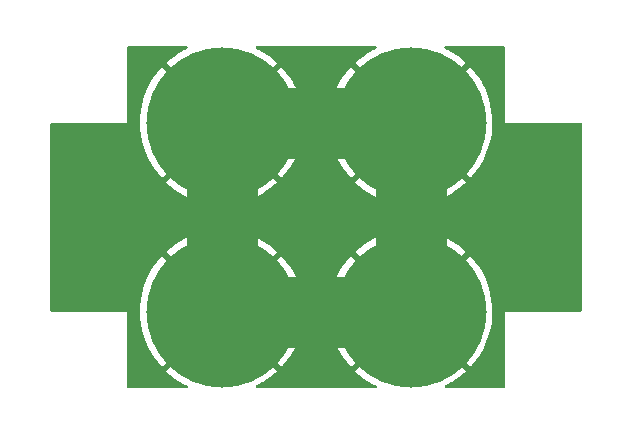
<source format=gbr>
%TF.GenerationSoftware,KiCad,Pcbnew,6.0.1-79c1e3a40b~116~ubuntu20.04.1*%
%TF.CreationDate,2022-10-26T10:43:14+09:00*%
%TF.ProjectId,HV-terminal-branch-board-2-2-half,48562d74-6572-46d6-996e-616c2d627261,1.0*%
%TF.SameCoordinates,Original*%
%TF.FileFunction,Copper,L1,Top*%
%TF.FilePolarity,Positive*%
%FSLAX46Y46*%
G04 Gerber Fmt 4.6, Leading zero omitted, Abs format (unit mm)*
G04 Created by KiCad (PCBNEW 6.0.1-79c1e3a40b~116~ubuntu20.04.1) date 2022-10-26 10:43:14*
%MOMM*%
%LPD*%
G01*
G04 APERTURE LIST*
%TA.AperFunction,ConnectorPad*%
%ADD10C,12.800000*%
%TD*%
%TA.AperFunction,ComponentPad*%
%ADD11C,6.800000*%
%TD*%
%TA.AperFunction,ViaPad*%
%ADD12C,0.800000*%
%TD*%
%TA.AperFunction,Conductor*%
%ADD13C,6.000000*%
%TD*%
G04 APERTURE END LIST*
D10*
%TO.P,J5,1,Pin_1*%
%TO.N,VBAT(+{slash}-)*%
X95000000Y-67000000D03*
D11*
X95000000Y-67000000D03*
%TD*%
%TO.P,J1,1,Pin_1*%
%TO.N,VBAT(+{slash}-)*%
X111000000Y-67000000D03*
D10*
X111000000Y-67000000D03*
%TD*%
D11*
%TO.P,J2,1,Pin_1*%
%TO.N,VBAT(+{slash}-)*%
X95000000Y-83000000D03*
D10*
X95000000Y-83000000D03*
%TD*%
D11*
%TO.P,J6,1,Pin_1*%
%TO.N,VBAT(+{slash}-)*%
X111000000Y-83000000D03*
D10*
X111000000Y-83000000D03*
%TD*%
D12*
%TO.N,VBAT(+{slash}-)*%
X125000000Y-82500000D03*
X119996415Y-82542633D03*
X122503790Y-82492007D03*
X125000000Y-80000000D03*
X119996415Y-80042633D03*
X122503790Y-79992007D03*
X119976042Y-69975424D03*
X119984035Y-67479214D03*
X122500000Y-70000000D03*
X122507993Y-67503790D03*
X125000000Y-70000000D03*
X125007993Y-67503790D03*
X124989512Y-77495630D03*
X124946879Y-72492045D03*
X124997505Y-74999420D03*
X122500000Y-77500000D03*
X122457367Y-72496415D03*
X122507993Y-75003790D03*
X120000000Y-77500000D03*
X119957367Y-72496415D03*
X120007993Y-75003790D03*
X87500000Y-65000000D03*
X107507993Y-75003790D03*
X87500000Y-87500000D03*
X85000000Y-82500000D03*
X114996248Y-74964918D03*
X102480423Y-82468903D03*
X102500000Y-80000000D03*
X102492007Y-77496210D03*
X87500000Y-82500000D03*
X85000000Y-70000000D03*
X87500000Y-67500000D03*
X102492007Y-87496210D03*
X102500000Y-65000000D03*
X82500000Y-67500000D03*
X85000000Y-72500000D03*
X117500000Y-87500000D03*
X102500000Y-70000000D03*
X87500000Y-62500000D03*
X82500000Y-77500000D03*
X102488416Y-84972693D03*
X105000000Y-75000000D03*
X87500000Y-85000000D03*
X85000000Y-75000000D03*
X100000000Y-72500000D03*
X99974867Y-77457791D03*
X104949374Y-72492625D03*
X82500000Y-70000000D03*
X117500000Y-77500000D03*
X87500000Y-80000000D03*
X104992007Y-77496210D03*
X82500000Y-80000000D03*
X87500000Y-77500000D03*
X94992007Y-74996210D03*
X102507993Y-75003790D03*
X92500000Y-75000000D03*
X82500000Y-82500000D03*
X117500000Y-62500000D03*
X90000000Y-75000000D03*
X117504241Y-74968708D03*
X87500000Y-72500000D03*
X82500000Y-72500000D03*
X110000000Y-75000000D03*
X105000000Y-87500000D03*
X112507993Y-75003790D03*
X102500000Y-72500000D03*
X87500000Y-75000000D03*
X100000000Y-75000000D03*
X102500000Y-62500000D03*
X117453958Y-72492625D03*
X90000000Y-72500000D03*
X102500000Y-67500000D03*
X90000000Y-77500000D03*
X85000000Y-77500000D03*
X85000000Y-80000000D03*
X85000000Y-67500000D03*
X87500000Y-70000000D03*
X82500000Y-75000000D03*
X97500000Y-75000000D03*
%TD*%
D13*
%TO.N,VBAT(+{slash}-)*%
X111000000Y-83000000D02*
X111000000Y-67000000D01*
X95000000Y-83000000D02*
X95000000Y-67000000D01*
X95000000Y-83000000D02*
X111000000Y-83000000D01*
X111000000Y-67000000D02*
X95000000Y-67000000D01*
%TD*%
%TA.AperFunction,Conductor*%
%TO.N,VBAT(+{slash}-)*%
G36*
X92075554Y-60528002D02*
G01*
X92122047Y-60581658D01*
X92132151Y-60651932D01*
X92102657Y-60716512D01*
X92061677Y-60747726D01*
X91799382Y-60872834D01*
X91795323Y-60874956D01*
X91359234Y-61123697D01*
X91355338Y-61126112D01*
X90938643Y-61406120D01*
X90934932Y-61408816D01*
X90539858Y-61718594D01*
X90536362Y-61721548D01*
X90311217Y-61926414D01*
X90302956Y-61939981D01*
X90302962Y-61940234D01*
X90308462Y-61949252D01*
X92387945Y-64028735D01*
X92387949Y-64028738D01*
X94987190Y-66627980D01*
X95001131Y-66635592D01*
X95002966Y-66635461D01*
X95009580Y-66631210D01*
X96078049Y-65562741D01*
X97612048Y-64028741D01*
X97612058Y-64028732D01*
X99690170Y-61950620D01*
X99697757Y-61936726D01*
X99691496Y-61927574D01*
X99408131Y-61675107D01*
X99404564Y-61672157D01*
X99006317Y-61366570D01*
X99002542Y-61363888D01*
X98582963Y-61088275D01*
X98579012Y-61085883D01*
X98140390Y-60841750D01*
X98136267Y-60839648D01*
X97939449Y-60748288D01*
X97886083Y-60701463D01*
X97866502Y-60633220D01*
X97886926Y-60565225D01*
X97940868Y-60519065D01*
X97992500Y-60508000D01*
X108007433Y-60508000D01*
X108075554Y-60528002D01*
X108122047Y-60581658D01*
X108132151Y-60651932D01*
X108102657Y-60716512D01*
X108061677Y-60747726D01*
X107799382Y-60872834D01*
X107795323Y-60874956D01*
X107359234Y-61123697D01*
X107355338Y-61126112D01*
X106938643Y-61406120D01*
X106934932Y-61408816D01*
X106539858Y-61718594D01*
X106536362Y-61721548D01*
X106311217Y-61926414D01*
X106302956Y-61939981D01*
X106302962Y-61940234D01*
X106308462Y-61949252D01*
X108387945Y-64028735D01*
X108387949Y-64028738D01*
X109921951Y-65562741D01*
X110987190Y-66627980D01*
X111001131Y-66635592D01*
X111002966Y-66635461D01*
X111009580Y-66631210D01*
X113612048Y-64028741D01*
X113612058Y-64028732D01*
X115690170Y-61950620D01*
X115697757Y-61936726D01*
X115691496Y-61927574D01*
X115408131Y-61675107D01*
X115404564Y-61672157D01*
X115006317Y-61366570D01*
X115002542Y-61363888D01*
X114582963Y-61088275D01*
X114579012Y-61085883D01*
X114140390Y-60841750D01*
X114136267Y-60839648D01*
X113939449Y-60748288D01*
X113886083Y-60701463D01*
X113866502Y-60633220D01*
X113886926Y-60565225D01*
X113940868Y-60519065D01*
X113992500Y-60508000D01*
X118874000Y-60508000D01*
X118942121Y-60528002D01*
X118988614Y-60581658D01*
X119000000Y-60634000D01*
X119000000Y-67000000D01*
X125366000Y-67000000D01*
X125434121Y-67020002D01*
X125480614Y-67073658D01*
X125492000Y-67126000D01*
X125492000Y-82874000D01*
X125471998Y-82942121D01*
X125418342Y-82988614D01*
X125366000Y-83000000D01*
X119000000Y-83000000D01*
X119000000Y-89366000D01*
X118979998Y-89434121D01*
X118926342Y-89480614D01*
X118874000Y-89492000D01*
X113994384Y-89492000D01*
X113926263Y-89471998D01*
X113879770Y-89418342D01*
X113869666Y-89348068D01*
X113899160Y-89283488D01*
X113938952Y-89252849D01*
X114264594Y-89093318D01*
X114268650Y-89091144D01*
X114702087Y-88837865D01*
X114705985Y-88835391D01*
X115119701Y-88551052D01*
X115123405Y-88548301D01*
X115515183Y-88234427D01*
X115518685Y-88231404D01*
X115688649Y-88073464D01*
X115696768Y-88059810D01*
X115696747Y-88059204D01*
X115691514Y-88050724D01*
X113612055Y-85971265D01*
X113612051Y-85971262D01*
X111012810Y-83372020D01*
X110998869Y-83364408D01*
X110997034Y-83364539D01*
X110990420Y-83368790D01*
X108387952Y-85971259D01*
X108387942Y-85971268D01*
X106308494Y-88050716D01*
X106301004Y-88064433D01*
X106307526Y-88073861D01*
X106647880Y-88370769D01*
X106651452Y-88373662D01*
X107052897Y-88675075D01*
X107056708Y-88677724D01*
X107479132Y-88948916D01*
X107483111Y-88951269D01*
X107924288Y-89190809D01*
X107928406Y-89192853D01*
X108057548Y-89251163D01*
X108111402Y-89297426D01*
X108131696Y-89365460D01*
X108111986Y-89433666D01*
X108058530Y-89480388D01*
X108005697Y-89492000D01*
X97994384Y-89492000D01*
X97926263Y-89471998D01*
X97879770Y-89418342D01*
X97869666Y-89348068D01*
X97899160Y-89283488D01*
X97938952Y-89252849D01*
X98264594Y-89093318D01*
X98268650Y-89091144D01*
X98702087Y-88837865D01*
X98705985Y-88835391D01*
X99119701Y-88551052D01*
X99123405Y-88548301D01*
X99515183Y-88234427D01*
X99518685Y-88231404D01*
X99688649Y-88073464D01*
X99696768Y-88059810D01*
X99696747Y-88059204D01*
X99691514Y-88050724D01*
X97612055Y-85971265D01*
X97612051Y-85971262D01*
X95012810Y-83372020D01*
X94998869Y-83364408D01*
X94997034Y-83364539D01*
X94990420Y-83368790D01*
X92387952Y-85971259D01*
X92387942Y-85971268D01*
X90308494Y-88050716D01*
X90301004Y-88064433D01*
X90307526Y-88073861D01*
X90647880Y-88370769D01*
X90651452Y-88373662D01*
X91052897Y-88675075D01*
X91056708Y-88677724D01*
X91479132Y-88948916D01*
X91483111Y-88951269D01*
X91924288Y-89190809D01*
X91928406Y-89192853D01*
X92057548Y-89251163D01*
X92111402Y-89297426D01*
X92131696Y-89365460D01*
X92111986Y-89433666D01*
X92058530Y-89480388D01*
X92005697Y-89492000D01*
X87126000Y-89492000D01*
X87057879Y-89471998D01*
X87011386Y-89418342D01*
X87000000Y-89366000D01*
X87000000Y-83070085D01*
X88087605Y-83070085D01*
X88087654Y-83074697D01*
X88111301Y-83576133D01*
X88111689Y-83580759D01*
X88171996Y-84079107D01*
X88172718Y-84083668D01*
X88269365Y-84576277D01*
X88270424Y-84580794D01*
X88402886Y-85064994D01*
X88404263Y-85069387D01*
X88571842Y-85542619D01*
X88573535Y-85546893D01*
X88775313Y-86006556D01*
X88777328Y-86010723D01*
X89012225Y-86454369D01*
X89014548Y-86458390D01*
X89281301Y-86883631D01*
X89283892Y-86887444D01*
X89581095Y-87292037D01*
X89583957Y-87295647D01*
X89909983Y-87677375D01*
X89913107Y-87680772D01*
X89923697Y-87691473D01*
X89937598Y-87699158D01*
X89939257Y-87699048D01*
X89946139Y-87694651D01*
X92028737Y-85612053D01*
X92028738Y-85612051D01*
X94627980Y-83012810D01*
X94634357Y-83001131D01*
X95364408Y-83001131D01*
X95364539Y-83002966D01*
X95368790Y-83009580D01*
X97971259Y-85612048D01*
X97971263Y-85612053D01*
X100048319Y-87689109D01*
X100062263Y-87696723D01*
X100062866Y-87696680D01*
X100071149Y-87691140D01*
X100231404Y-87518685D01*
X100234427Y-87515183D01*
X100548301Y-87123405D01*
X100551052Y-87119701D01*
X100835391Y-86705985D01*
X100837865Y-86702087D01*
X101091144Y-86268650D01*
X101093318Y-86264594D01*
X101314171Y-85813779D01*
X101316048Y-85809564D01*
X101503290Y-85343786D01*
X101504857Y-85339432D01*
X101657479Y-84861205D01*
X101658721Y-84856755D01*
X101775913Y-84368616D01*
X101776825Y-84364092D01*
X101857951Y-83868686D01*
X101858530Y-83864105D01*
X101903183Y-83363771D01*
X101903412Y-83359807D01*
X101910998Y-83070085D01*
X104087605Y-83070085D01*
X104087654Y-83074697D01*
X104111301Y-83576133D01*
X104111689Y-83580759D01*
X104171996Y-84079107D01*
X104172718Y-84083668D01*
X104269365Y-84576277D01*
X104270424Y-84580794D01*
X104402886Y-85064994D01*
X104404263Y-85069387D01*
X104571842Y-85542619D01*
X104573535Y-85546893D01*
X104775313Y-86006556D01*
X104777328Y-86010723D01*
X105012225Y-86454369D01*
X105014548Y-86458390D01*
X105281301Y-86883631D01*
X105283892Y-86887444D01*
X105581095Y-87292037D01*
X105583957Y-87295647D01*
X105909983Y-87677375D01*
X105913107Y-87680772D01*
X105923697Y-87691473D01*
X105937598Y-87699158D01*
X105939257Y-87699048D01*
X105946139Y-87694651D01*
X108028737Y-85612053D01*
X108028738Y-85612051D01*
X110627980Y-83012810D01*
X110634357Y-83001131D01*
X111364408Y-83001131D01*
X111364539Y-83002966D01*
X111368790Y-83009580D01*
X113971259Y-85612048D01*
X113971263Y-85612053D01*
X116048319Y-87689109D01*
X116062263Y-87696723D01*
X116062866Y-87696680D01*
X116071149Y-87691140D01*
X116231404Y-87518685D01*
X116234427Y-87515183D01*
X116548301Y-87123405D01*
X116551052Y-87119701D01*
X116835391Y-86705985D01*
X116837865Y-86702087D01*
X117091144Y-86268650D01*
X117093318Y-86264594D01*
X117314171Y-85813779D01*
X117316048Y-85809564D01*
X117503290Y-85343786D01*
X117504857Y-85339432D01*
X117657479Y-84861205D01*
X117658721Y-84856755D01*
X117775913Y-84368616D01*
X117776825Y-84364092D01*
X117857951Y-83868686D01*
X117858530Y-83864105D01*
X117903183Y-83363771D01*
X117903412Y-83359807D01*
X117912782Y-83001970D01*
X117912761Y-82998022D01*
X117894354Y-82496033D01*
X117894015Y-82491418D01*
X117838929Y-81992451D01*
X117838253Y-81987875D01*
X117746771Y-81494277D01*
X117745769Y-81489792D01*
X117618375Y-81004196D01*
X117617046Y-80999794D01*
X117454435Y-80524846D01*
X117452778Y-80520531D01*
X117255825Y-80058782D01*
X117253863Y-80054612D01*
X117023618Y-79608521D01*
X117021347Y-79604492D01*
X116759040Y-79176444D01*
X116756512Y-79172639D01*
X116463546Y-78764935D01*
X116460742Y-78761319D01*
X116138712Y-78376176D01*
X116135633Y-78372756D01*
X116074824Y-78310006D01*
X116061002Y-78302174D01*
X116059692Y-78302248D01*
X116052282Y-78306928D01*
X113971263Y-80387947D01*
X113971262Y-80387949D01*
X111372020Y-82987190D01*
X111364408Y-83001131D01*
X110634357Y-83001131D01*
X110635592Y-82998869D01*
X110635461Y-82997034D01*
X110631210Y-82990420D01*
X108028741Y-80387952D01*
X108028737Y-80387947D01*
X105951407Y-78310617D01*
X105937463Y-78303003D01*
X105936506Y-78303071D01*
X105928697Y-78308235D01*
X105816204Y-78426778D01*
X105813138Y-78430256D01*
X105495183Y-78818721D01*
X105492396Y-78822393D01*
X105203739Y-79233110D01*
X105201219Y-79236991D01*
X104943420Y-79667740D01*
X104941204Y-79671771D01*
X104715644Y-80120248D01*
X104713714Y-80124463D01*
X104521602Y-80588261D01*
X104520006Y-80592553D01*
X104362368Y-81069206D01*
X104361090Y-81073608D01*
X104238789Y-81560507D01*
X104237832Y-81565008D01*
X104151523Y-82059541D01*
X104150895Y-82064127D01*
X104101036Y-82563649D01*
X104100747Y-82568240D01*
X104087605Y-83070085D01*
X101910998Y-83070085D01*
X101912782Y-83001970D01*
X101912761Y-82998022D01*
X101894354Y-82496033D01*
X101894015Y-82491418D01*
X101838929Y-81992451D01*
X101838253Y-81987875D01*
X101746771Y-81494277D01*
X101745769Y-81489792D01*
X101618375Y-81004196D01*
X101617046Y-80999794D01*
X101454435Y-80524846D01*
X101452778Y-80520531D01*
X101255825Y-80058782D01*
X101253863Y-80054612D01*
X101023618Y-79608521D01*
X101021347Y-79604492D01*
X100759040Y-79176444D01*
X100756512Y-79172639D01*
X100463546Y-78764935D01*
X100460742Y-78761319D01*
X100138712Y-78376176D01*
X100135633Y-78372756D01*
X100074824Y-78310006D01*
X100061002Y-78302174D01*
X100059692Y-78302248D01*
X100052282Y-78306928D01*
X97971263Y-80387947D01*
X97971262Y-80387949D01*
X95372020Y-82987190D01*
X95364408Y-83001131D01*
X94634357Y-83001131D01*
X94635592Y-82998869D01*
X94635461Y-82997034D01*
X94631210Y-82990420D01*
X92028741Y-80387952D01*
X92028737Y-80387947D01*
X89951407Y-78310617D01*
X89937463Y-78303003D01*
X89936506Y-78303071D01*
X89928697Y-78308235D01*
X89816204Y-78426778D01*
X89813138Y-78430256D01*
X89495183Y-78818721D01*
X89492396Y-78822393D01*
X89203739Y-79233110D01*
X89201219Y-79236991D01*
X88943420Y-79667740D01*
X88941204Y-79671771D01*
X88715644Y-80120248D01*
X88713714Y-80124463D01*
X88521602Y-80588261D01*
X88520006Y-80592553D01*
X88362368Y-81069206D01*
X88361090Y-81073608D01*
X88238789Y-81560507D01*
X88237832Y-81565008D01*
X88151523Y-82059541D01*
X88150895Y-82064127D01*
X88101036Y-82563649D01*
X88100747Y-82568240D01*
X88087605Y-83070085D01*
X87000000Y-83070085D01*
X87000000Y-83000000D01*
X80634000Y-83000000D01*
X80565879Y-82979998D01*
X80519386Y-82926342D01*
X80508000Y-82874000D01*
X80508000Y-77939981D01*
X90302956Y-77939981D01*
X90302962Y-77940234D01*
X90308462Y-77949252D01*
X92387945Y-80028735D01*
X92387949Y-80028738D01*
X93921951Y-81562741D01*
X94987190Y-82627980D01*
X95001131Y-82635592D01*
X95002966Y-82635461D01*
X95009580Y-82631210D01*
X97612048Y-80028741D01*
X97612058Y-80028732D01*
X99690170Y-77950620D01*
X99695980Y-77939981D01*
X106302956Y-77939981D01*
X106302962Y-77940234D01*
X106308462Y-77949252D01*
X108387945Y-80028735D01*
X108387949Y-80028738D01*
X109921951Y-81562741D01*
X110987190Y-82627980D01*
X111001131Y-82635592D01*
X111002966Y-82635461D01*
X111009580Y-82631210D01*
X113612048Y-80028741D01*
X113612058Y-80028732D01*
X115690170Y-77950620D01*
X115697757Y-77936726D01*
X115691496Y-77927574D01*
X115408131Y-77675107D01*
X115404564Y-77672157D01*
X115006317Y-77366570D01*
X115002542Y-77363888D01*
X114582963Y-77088275D01*
X114579012Y-77085883D01*
X114140390Y-76841750D01*
X114136267Y-76839648D01*
X113680908Y-76628277D01*
X113676683Y-76626501D01*
X113207062Y-76449046D01*
X113202706Y-76447580D01*
X112721378Y-76305004D01*
X112716891Y-76303852D01*
X112226404Y-76196909D01*
X112221878Y-76196095D01*
X111724871Y-76125360D01*
X111720284Y-76124878D01*
X111219451Y-76090735D01*
X111214816Y-76090589D01*
X110712836Y-76093218D01*
X110708222Y-76093411D01*
X110207756Y-76132798D01*
X110203173Y-76133329D01*
X109706945Y-76209262D01*
X109702419Y-76210125D01*
X109213069Y-76322201D01*
X109208627Y-76323392D01*
X108728802Y-76471005D01*
X108724452Y-76472520D01*
X108256725Y-76654880D01*
X108252508Y-76656705D01*
X107799382Y-76872834D01*
X107795323Y-76874956D01*
X107359234Y-77123697D01*
X107355338Y-77126112D01*
X106938643Y-77406120D01*
X106934932Y-77408816D01*
X106539858Y-77718594D01*
X106536362Y-77721548D01*
X106311217Y-77926414D01*
X106302956Y-77939981D01*
X99695980Y-77939981D01*
X99697757Y-77936726D01*
X99691496Y-77927574D01*
X99408131Y-77675107D01*
X99404564Y-77672157D01*
X99006317Y-77366570D01*
X99002542Y-77363888D01*
X98582963Y-77088275D01*
X98579012Y-77085883D01*
X98140390Y-76841750D01*
X98136267Y-76839648D01*
X97680908Y-76628277D01*
X97676683Y-76626501D01*
X97207062Y-76449046D01*
X97202706Y-76447580D01*
X96721378Y-76305004D01*
X96716891Y-76303852D01*
X96226404Y-76196909D01*
X96221878Y-76196095D01*
X95724871Y-76125360D01*
X95720284Y-76124878D01*
X95219451Y-76090735D01*
X95214816Y-76090589D01*
X94712836Y-76093218D01*
X94708222Y-76093411D01*
X94207756Y-76132798D01*
X94203173Y-76133329D01*
X93706945Y-76209262D01*
X93702419Y-76210125D01*
X93213069Y-76322201D01*
X93208627Y-76323392D01*
X92728802Y-76471005D01*
X92724452Y-76472520D01*
X92256725Y-76654880D01*
X92252508Y-76656705D01*
X91799382Y-76872834D01*
X91795323Y-76874956D01*
X91359234Y-77123697D01*
X91355338Y-77126112D01*
X90938643Y-77406120D01*
X90934932Y-77408816D01*
X90539858Y-77718594D01*
X90536362Y-77721548D01*
X90311217Y-77926414D01*
X90302956Y-77939981D01*
X80508000Y-77939981D01*
X80508000Y-72064433D01*
X90301004Y-72064433D01*
X90307526Y-72073861D01*
X90647880Y-72370769D01*
X90651452Y-72373662D01*
X91052897Y-72675075D01*
X91056708Y-72677724D01*
X91479132Y-72948916D01*
X91483111Y-72951269D01*
X91924288Y-73190809D01*
X91928406Y-73192853D01*
X92385937Y-73399437D01*
X92390227Y-73401187D01*
X92861643Y-73573700D01*
X92866049Y-73575132D01*
X93348835Y-73712657D01*
X93353318Y-73713758D01*
X93844903Y-73815561D01*
X93849435Y-73816327D01*
X94347147Y-73881852D01*
X94351759Y-73882288D01*
X94852932Y-73911186D01*
X94857535Y-73911282D01*
X95359458Y-73903397D01*
X95364109Y-73903153D01*
X95864105Y-73858530D01*
X95868686Y-73857951D01*
X96364092Y-73776825D01*
X96368616Y-73775913D01*
X96856755Y-73658721D01*
X96861205Y-73657479D01*
X97339432Y-73504857D01*
X97343786Y-73503290D01*
X97809564Y-73316048D01*
X97813779Y-73314171D01*
X98264594Y-73093318D01*
X98268650Y-73091144D01*
X98702087Y-72837865D01*
X98705985Y-72835391D01*
X99119701Y-72551052D01*
X99123405Y-72548301D01*
X99515183Y-72234427D01*
X99518685Y-72231404D01*
X99688649Y-72073464D01*
X99694019Y-72064433D01*
X106301004Y-72064433D01*
X106307526Y-72073861D01*
X106647880Y-72370769D01*
X106651452Y-72373662D01*
X107052897Y-72675075D01*
X107056708Y-72677724D01*
X107479132Y-72948916D01*
X107483111Y-72951269D01*
X107924288Y-73190809D01*
X107928406Y-73192853D01*
X108385937Y-73399437D01*
X108390227Y-73401187D01*
X108861643Y-73573700D01*
X108866049Y-73575132D01*
X109348835Y-73712657D01*
X109353318Y-73713758D01*
X109844903Y-73815561D01*
X109849435Y-73816327D01*
X110347147Y-73881852D01*
X110351759Y-73882288D01*
X110852932Y-73911186D01*
X110857535Y-73911282D01*
X111359458Y-73903397D01*
X111364109Y-73903153D01*
X111864105Y-73858530D01*
X111868686Y-73857951D01*
X112364092Y-73776825D01*
X112368616Y-73775913D01*
X112856755Y-73658721D01*
X112861205Y-73657479D01*
X113339432Y-73504857D01*
X113343786Y-73503290D01*
X113809564Y-73316048D01*
X113813779Y-73314171D01*
X114264594Y-73093318D01*
X114268650Y-73091144D01*
X114702087Y-72837865D01*
X114705985Y-72835391D01*
X115119701Y-72551052D01*
X115123405Y-72548301D01*
X115515183Y-72234427D01*
X115518685Y-72231404D01*
X115688649Y-72073464D01*
X115696768Y-72059810D01*
X115696747Y-72059204D01*
X115691514Y-72050724D01*
X113612055Y-69971265D01*
X113612051Y-69971262D01*
X111012810Y-67372020D01*
X110998869Y-67364408D01*
X110997034Y-67364539D01*
X110990420Y-67368790D01*
X108387952Y-69971259D01*
X108387942Y-69971268D01*
X106308494Y-72050716D01*
X106301004Y-72064433D01*
X99694019Y-72064433D01*
X99696768Y-72059810D01*
X99696747Y-72059204D01*
X99691514Y-72050724D01*
X97612055Y-69971265D01*
X97612051Y-69971262D01*
X95012810Y-67372020D01*
X94998869Y-67364408D01*
X94997034Y-67364539D01*
X94990420Y-67368790D01*
X92387952Y-69971259D01*
X92387942Y-69971268D01*
X90308494Y-72050716D01*
X90301004Y-72064433D01*
X80508000Y-72064433D01*
X80508000Y-67126000D01*
X80524418Y-67070085D01*
X88087605Y-67070085D01*
X88087654Y-67074697D01*
X88111301Y-67576133D01*
X88111689Y-67580759D01*
X88171996Y-68079107D01*
X88172718Y-68083668D01*
X88269365Y-68576277D01*
X88270424Y-68580794D01*
X88402886Y-69064994D01*
X88404263Y-69069387D01*
X88571842Y-69542619D01*
X88573535Y-69546893D01*
X88775313Y-70006556D01*
X88777328Y-70010723D01*
X89012225Y-70454369D01*
X89014548Y-70458390D01*
X89281301Y-70883631D01*
X89283892Y-70887444D01*
X89581095Y-71292037D01*
X89583957Y-71295647D01*
X89909983Y-71677375D01*
X89913107Y-71680772D01*
X89923697Y-71691473D01*
X89937598Y-71699158D01*
X89939257Y-71699048D01*
X89946139Y-71694651D01*
X92028737Y-69612053D01*
X92028738Y-69612051D01*
X94627980Y-67012810D01*
X94634357Y-67001131D01*
X95364408Y-67001131D01*
X95364539Y-67002966D01*
X95368790Y-67009580D01*
X97971259Y-69612048D01*
X97971263Y-69612053D01*
X100048319Y-71689109D01*
X100062263Y-71696723D01*
X100062866Y-71696680D01*
X100071149Y-71691140D01*
X100231404Y-71518685D01*
X100234427Y-71515183D01*
X100548301Y-71123405D01*
X100551052Y-71119701D01*
X100835391Y-70705985D01*
X100837865Y-70702087D01*
X101091144Y-70268650D01*
X101093318Y-70264594D01*
X101314171Y-69813779D01*
X101316048Y-69809564D01*
X101503290Y-69343786D01*
X101504857Y-69339432D01*
X101657479Y-68861205D01*
X101658721Y-68856755D01*
X101775913Y-68368616D01*
X101776825Y-68364092D01*
X101857951Y-67868686D01*
X101858530Y-67864105D01*
X101903183Y-67363771D01*
X101903412Y-67359807D01*
X101910998Y-67070085D01*
X104087605Y-67070085D01*
X104087654Y-67074697D01*
X104111301Y-67576133D01*
X104111689Y-67580759D01*
X104171996Y-68079107D01*
X104172718Y-68083668D01*
X104269365Y-68576277D01*
X104270424Y-68580794D01*
X104402886Y-69064994D01*
X104404263Y-69069387D01*
X104571842Y-69542619D01*
X104573535Y-69546893D01*
X104775313Y-70006556D01*
X104777328Y-70010723D01*
X105012225Y-70454369D01*
X105014548Y-70458390D01*
X105281301Y-70883631D01*
X105283892Y-70887444D01*
X105581095Y-71292037D01*
X105583957Y-71295647D01*
X105909983Y-71677375D01*
X105913107Y-71680772D01*
X105923697Y-71691473D01*
X105937598Y-71699158D01*
X105939257Y-71699048D01*
X105946139Y-71694651D01*
X108028737Y-69612053D01*
X108028738Y-69612051D01*
X110627980Y-67012810D01*
X110634357Y-67001131D01*
X111364408Y-67001131D01*
X111364539Y-67002966D01*
X111368790Y-67009580D01*
X113971259Y-69612048D01*
X113971263Y-69612053D01*
X116048319Y-71689109D01*
X116062263Y-71696723D01*
X116062866Y-71696680D01*
X116071149Y-71691140D01*
X116231404Y-71518685D01*
X116234427Y-71515183D01*
X116548301Y-71123405D01*
X116551052Y-71119701D01*
X116835391Y-70705985D01*
X116837865Y-70702087D01*
X117091144Y-70268650D01*
X117093318Y-70264594D01*
X117314171Y-69813779D01*
X117316048Y-69809564D01*
X117503290Y-69343786D01*
X117504857Y-69339432D01*
X117657479Y-68861205D01*
X117658721Y-68856755D01*
X117775913Y-68368616D01*
X117776825Y-68364092D01*
X117857951Y-67868686D01*
X117858530Y-67864105D01*
X117903183Y-67363771D01*
X117903412Y-67359807D01*
X117912782Y-67001970D01*
X117912761Y-66998022D01*
X117894354Y-66496033D01*
X117894015Y-66491418D01*
X117838929Y-65992451D01*
X117838253Y-65987875D01*
X117746771Y-65494277D01*
X117745769Y-65489792D01*
X117618375Y-65004196D01*
X117617046Y-64999794D01*
X117454435Y-64524846D01*
X117452778Y-64520531D01*
X117255825Y-64058782D01*
X117253863Y-64054612D01*
X117023618Y-63608521D01*
X117021347Y-63604492D01*
X116759040Y-63176444D01*
X116756512Y-63172639D01*
X116463546Y-62764935D01*
X116460742Y-62761319D01*
X116138712Y-62376176D01*
X116135633Y-62372756D01*
X116074824Y-62310006D01*
X116061002Y-62302174D01*
X116059692Y-62302248D01*
X116052282Y-62306928D01*
X113971263Y-64387947D01*
X113971262Y-64387949D01*
X111372020Y-66987190D01*
X111364408Y-67001131D01*
X110634357Y-67001131D01*
X110635592Y-66998869D01*
X110635461Y-66997034D01*
X110631210Y-66990420D01*
X108028741Y-64387952D01*
X108028737Y-64387947D01*
X105951407Y-62310617D01*
X105937463Y-62303003D01*
X105936506Y-62303071D01*
X105928697Y-62308235D01*
X105816204Y-62426778D01*
X105813138Y-62430256D01*
X105495183Y-62818721D01*
X105492396Y-62822393D01*
X105203739Y-63233110D01*
X105201219Y-63236991D01*
X104943420Y-63667740D01*
X104941204Y-63671771D01*
X104715644Y-64120248D01*
X104713714Y-64124463D01*
X104521602Y-64588261D01*
X104520006Y-64592553D01*
X104362368Y-65069206D01*
X104361090Y-65073608D01*
X104238789Y-65560507D01*
X104237832Y-65565008D01*
X104151523Y-66059541D01*
X104150895Y-66064127D01*
X104101036Y-66563649D01*
X104100747Y-66568240D01*
X104087605Y-67070085D01*
X101910998Y-67070085D01*
X101912782Y-67001970D01*
X101912761Y-66998022D01*
X101894354Y-66496033D01*
X101894015Y-66491418D01*
X101838929Y-65992451D01*
X101838253Y-65987875D01*
X101746771Y-65494277D01*
X101745769Y-65489792D01*
X101618375Y-65004196D01*
X101617046Y-64999794D01*
X101454435Y-64524846D01*
X101452778Y-64520531D01*
X101255825Y-64058782D01*
X101253863Y-64054612D01*
X101023618Y-63608521D01*
X101021347Y-63604492D01*
X100759040Y-63176444D01*
X100756512Y-63172639D01*
X100463546Y-62764935D01*
X100460742Y-62761319D01*
X100138712Y-62376176D01*
X100135633Y-62372756D01*
X100074824Y-62310006D01*
X100061002Y-62302174D01*
X100059692Y-62302248D01*
X100052282Y-62306928D01*
X97971263Y-64387947D01*
X97971262Y-64387949D01*
X95372020Y-66987190D01*
X95364408Y-67001131D01*
X94634357Y-67001131D01*
X94635592Y-66998869D01*
X94635461Y-66997034D01*
X94631210Y-66990420D01*
X92028741Y-64387952D01*
X92028737Y-64387947D01*
X89951407Y-62310617D01*
X89937463Y-62303003D01*
X89936506Y-62303071D01*
X89928697Y-62308235D01*
X89816204Y-62426778D01*
X89813138Y-62430256D01*
X89495183Y-62818721D01*
X89492396Y-62822393D01*
X89203739Y-63233110D01*
X89201219Y-63236991D01*
X88943420Y-63667740D01*
X88941204Y-63671771D01*
X88715644Y-64120248D01*
X88713714Y-64124463D01*
X88521602Y-64588261D01*
X88520006Y-64592553D01*
X88362368Y-65069206D01*
X88361090Y-65073608D01*
X88238789Y-65560507D01*
X88237832Y-65565008D01*
X88151523Y-66059541D01*
X88150895Y-66064127D01*
X88101036Y-66563649D01*
X88100747Y-66568240D01*
X88087605Y-67070085D01*
X80524418Y-67070085D01*
X80528002Y-67057879D01*
X80581658Y-67011386D01*
X80634000Y-67000000D01*
X87000000Y-67000000D01*
X87000000Y-60634000D01*
X87020002Y-60565879D01*
X87073658Y-60519386D01*
X87126000Y-60508000D01*
X92007433Y-60508000D01*
X92075554Y-60528002D01*
G37*
%TD.AperFunction*%
%TD*%
M02*

</source>
